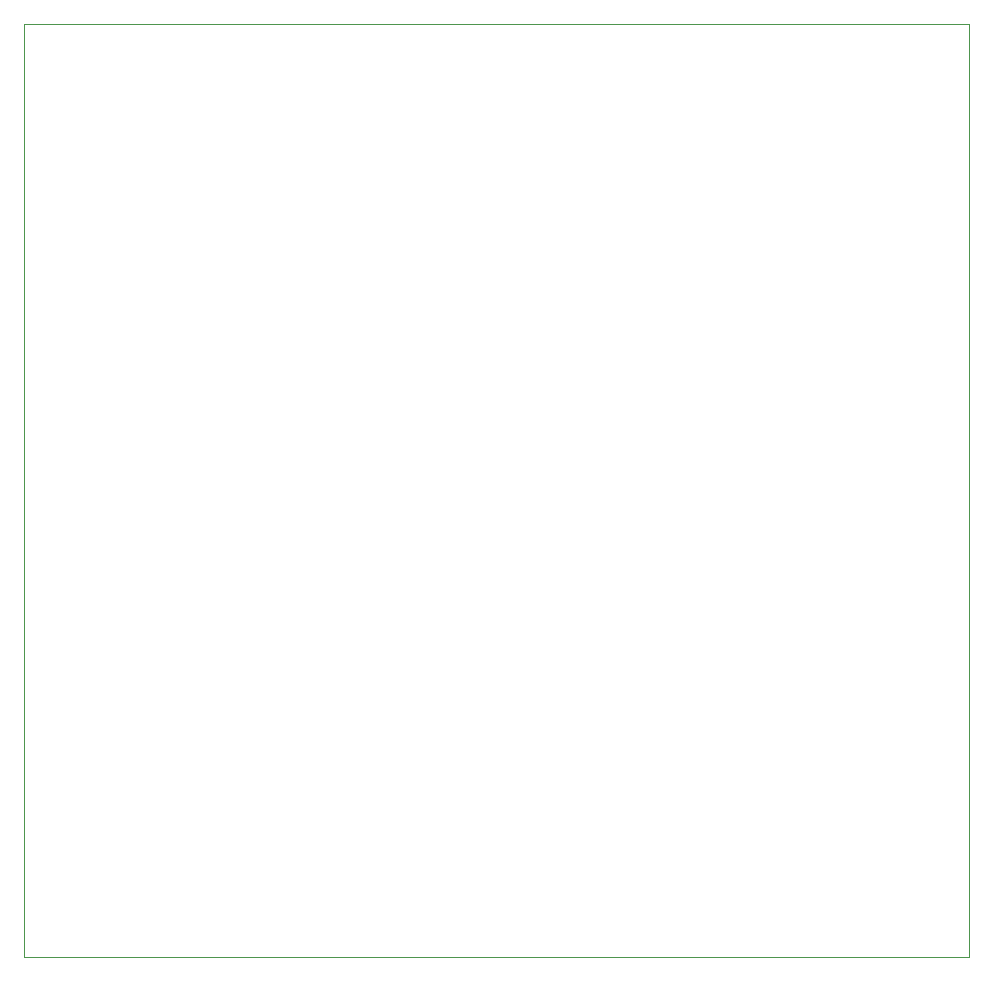
<source format=gbr>
%TF.GenerationSoftware,KiCad,Pcbnew,6.0.4-6f826c9f35~116~ubuntu20.04.1*%
%TF.CreationDate,2022-05-19T11:10:30+03:00*%
%TF.ProjectId,oskar_body_rev1,6f736b61-725f-4626-9f64-795f72657631,rev?*%
%TF.SameCoordinates,Original*%
%TF.FileFunction,Profile,NP*%
%FSLAX46Y46*%
G04 Gerber Fmt 4.6, Leading zero omitted, Abs format (unit mm)*
G04 Created by KiCad (PCBNEW 6.0.4-6f826c9f35~116~ubuntu20.04.1) date 2022-05-19 11:10:30*
%MOMM*%
%LPD*%
G01*
G04 APERTURE LIST*
%TA.AperFunction,Profile*%
%ADD10C,0.100000*%
%TD*%
G04 APERTURE END LIST*
D10*
X76708000Y-32258000D02*
X156718000Y-32258000D01*
X156718000Y-32258000D02*
X156718000Y-111252000D01*
X156718000Y-111252000D02*
X76708000Y-111252000D01*
X76708000Y-111252000D02*
X76708000Y-32258000D01*
M02*

</source>
